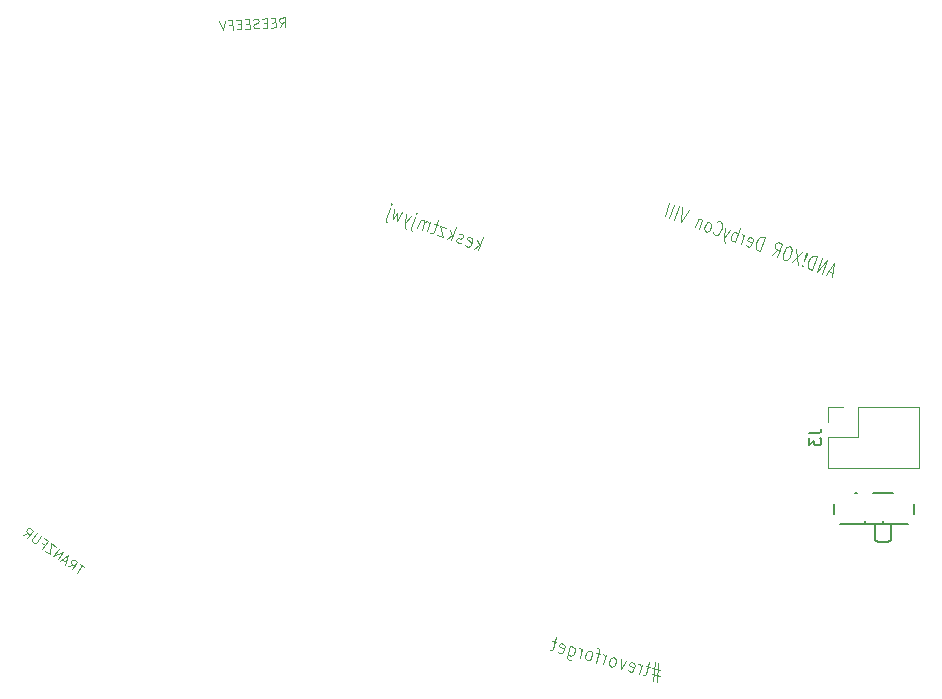
<source format=gbo>
G04 #@! TF.GenerationSoftware,KiCad,Pcbnew,5.0.0-fee4fd1~66~ubuntu18.04.1*
G04 #@! TF.CreationDate,2018-09-07T22:29:42-07:00*
G04 #@! TF.ProjectId,trevor2,747265766F72322E6B696361645F7063,rev?*
G04 #@! TF.SameCoordinates,Original*
G04 #@! TF.FileFunction,Legend,Bot*
G04 #@! TF.FilePolarity,Positive*
%FSLAX46Y46*%
G04 Gerber Fmt 4.6, Leading zero omitted, Abs format (unit mm)*
G04 Created by KiCad (PCBNEW 5.0.0-fee4fd1~66~ubuntu18.04.1) date Fri Sep  7 22:29:42 2018*
%MOMM*%
%LPD*%
G01*
G04 APERTURE LIST*
%ADD10C,0.100000*%
%ADD11C,0.120000*%
%ADD12C,0.150000*%
%ADD13R,10.400000X10.400000*%
%ADD14C,3.900000*%
%ADD15C,1.600000*%
%ADD16C,2.100000*%
%ADD17R,2.100000X2.100000*%
%ADD18O,2.100000X2.100000*%
%ADD19C,1.100000*%
%ADD20R,1.200000X0.900000*%
%ADD21R,1.200000X0.800000*%
%ADD22C,1.300000*%
%ADD23R,1.100000X1.900000*%
%ADD24R,1.400000X1.200000*%
%ADD25C,5.900000*%
G04 APERTURE END LIST*
D10*
X128082500Y-60942780D02*
X128328864Y-60548394D01*
X128539017Y-60918855D02*
X128497148Y-60119951D01*
X128192804Y-60135901D01*
X128118711Y-60177932D01*
X128082662Y-60217969D01*
X128048607Y-60296049D01*
X128054588Y-60410178D01*
X128096618Y-60484270D01*
X128136655Y-60520319D01*
X128214735Y-60554375D01*
X128519079Y-60538425D01*
X127718182Y-60542251D02*
X127451881Y-60556207D01*
X127359683Y-60980661D02*
X127740113Y-60960724D01*
X127698244Y-60161820D01*
X127317814Y-60181758D01*
X126995364Y-60580132D02*
X126729063Y-60594088D01*
X126636865Y-61018543D02*
X127017296Y-60998605D01*
X126975427Y-60199702D01*
X126594997Y-60219639D01*
X126330527Y-60996450D02*
X126218392Y-61040474D01*
X126028177Y-61050443D01*
X125950097Y-61016387D01*
X125910060Y-60980338D01*
X125868030Y-60906246D01*
X125864042Y-60830159D01*
X125898098Y-60752080D01*
X125934147Y-60712043D01*
X126008239Y-60670012D01*
X126158418Y-60623994D01*
X126232510Y-60581964D01*
X126268559Y-60541927D01*
X126302615Y-60463847D01*
X126298627Y-60387761D01*
X126256597Y-60313669D01*
X126216560Y-60277620D01*
X126138480Y-60243564D01*
X125948265Y-60253533D01*
X125836130Y-60297557D01*
X125511686Y-60657888D02*
X125245385Y-60671844D01*
X125153187Y-61096299D02*
X125533617Y-61076361D01*
X125491749Y-60277458D01*
X125111318Y-60297395D01*
X124788869Y-60695769D02*
X124522567Y-60709726D01*
X124430370Y-61134180D02*
X124810800Y-61114243D01*
X124768931Y-60315339D01*
X124388501Y-60335277D01*
X123799750Y-60747607D02*
X124066051Y-60733651D01*
X124087982Y-61152124D02*
X124046114Y-60353220D01*
X123665683Y-60373158D01*
X123475468Y-60383127D02*
X123251036Y-61195986D01*
X122942866Y-60411039D01*
X111554127Y-106623624D02*
X111179657Y-106361417D01*
X110908031Y-107147842D02*
X111366892Y-106492521D01*
X110127886Y-106601579D02*
X110564832Y-106442475D01*
X110502355Y-106863785D02*
X110961217Y-106208464D01*
X110711570Y-106033659D01*
X110627308Y-106021164D01*
X110574252Y-106030519D01*
X110499345Y-106071080D01*
X110433793Y-106164698D01*
X110421298Y-106248960D01*
X110430653Y-106302016D01*
X110471214Y-106376923D01*
X110720861Y-106551727D01*
X110009343Y-106239540D02*
X109697285Y-106021035D01*
X109940651Y-106470476D02*
X110181072Y-105662200D01*
X109503770Y-106164568D01*
X109285330Y-106011615D02*
X109744191Y-105356293D01*
X108910860Y-105749408D01*
X109369721Y-105094087D01*
X109120075Y-104919282D02*
X108683194Y-104613375D01*
X108661214Y-105574604D01*
X108224333Y-105268697D01*
X107996602Y-104597675D02*
X108215042Y-104750629D01*
X107974686Y-105093892D02*
X108433547Y-104438571D01*
X108121489Y-104220065D01*
X107871843Y-104045261D02*
X107500384Y-104575760D01*
X107425477Y-104616321D01*
X107372421Y-104625676D01*
X107288159Y-104613181D01*
X107163336Y-104525779D01*
X107122775Y-104450872D01*
X107113419Y-104397815D01*
X107125915Y-104313553D01*
X107497374Y-103783055D01*
X106351985Y-103957665D02*
X106788931Y-103798561D01*
X106726455Y-104219871D02*
X107185316Y-103564549D01*
X106935669Y-103389745D01*
X106851407Y-103377250D01*
X106798351Y-103386605D01*
X106723444Y-103427166D01*
X106657892Y-103520784D01*
X106645397Y-103605046D01*
X106654752Y-103658102D01*
X106695314Y-103733009D01*
X106944960Y-103907813D01*
D11*
X144907344Y-79827059D02*
X145317768Y-78699428D01*
X144974201Y-79364912D02*
X144549366Y-79696766D01*
X144822982Y-78945011D02*
X145024608Y-79504879D01*
X143808206Y-79366195D02*
X143878157Y-79452465D01*
X144057146Y-79517612D01*
X144166184Y-79496489D01*
X144250019Y-79405382D01*
X144406372Y-78975808D01*
X144400712Y-78852128D01*
X144330762Y-78765858D01*
X144151773Y-78700711D01*
X144042734Y-78721835D01*
X143958899Y-78812942D01*
X143919811Y-78920335D01*
X144328195Y-79190595D01*
X143405481Y-79219615D02*
X143296442Y-79240739D01*
X143117453Y-79175592D01*
X143047502Y-79089322D01*
X143041843Y-78965642D01*
X143061387Y-78911945D01*
X143145223Y-78820838D01*
X143254261Y-78799715D01*
X143388503Y-78848575D01*
X143497541Y-78827452D01*
X143581377Y-78736345D01*
X143600921Y-78682648D01*
X143595261Y-78558968D01*
X143525311Y-78472698D01*
X143391069Y-78423838D01*
X143282031Y-78444961D01*
X142580486Y-78980152D02*
X142990910Y-77852521D01*
X142647343Y-78518005D02*
X142222508Y-78849859D01*
X142496124Y-78098104D02*
X142697750Y-78657972D01*
X142182893Y-77984098D02*
X141690673Y-77804944D01*
X141909277Y-78735852D01*
X141417057Y-78556698D01*
X141466937Y-77723511D02*
X141108958Y-77593218D01*
X141469503Y-77298774D02*
X141117711Y-78265315D01*
X141033875Y-78356422D01*
X140924837Y-78377545D01*
X140835342Y-78344972D01*
X140522111Y-78230965D02*
X140795728Y-77479211D01*
X140756640Y-77586604D02*
X140731436Y-77516621D01*
X140661486Y-77430351D01*
X140527244Y-77381491D01*
X140418205Y-77402614D01*
X140334370Y-77493721D01*
X140119386Y-78084385D01*
X140334370Y-77493721D02*
X140328711Y-77370041D01*
X140258760Y-77283771D01*
X140124519Y-77234911D01*
X140015480Y-77256034D01*
X139931645Y-77347141D01*
X139716661Y-77937805D01*
X139542804Y-77023184D02*
X139191012Y-77989725D01*
X139196671Y-78113405D01*
X139266622Y-78199675D01*
X139311369Y-78215962D01*
X139679612Y-76647307D02*
X139704815Y-76717290D01*
X139640524Y-76754700D01*
X139615321Y-76684717D01*
X139679612Y-76647307D01*
X139640524Y-76754700D01*
X139184826Y-76892891D02*
X138687474Y-77563211D01*
X138737353Y-76730024D02*
X138687474Y-77563211D01*
X138679248Y-77864268D01*
X138704451Y-77934252D01*
X138774402Y-78020522D01*
X138468870Y-76632304D02*
X138016264Y-77318911D01*
X138032716Y-76716797D01*
X137658286Y-77188618D01*
X137752913Y-76371717D01*
X137394935Y-76241424D02*
X137043143Y-77207965D01*
X137048802Y-77331645D01*
X137118753Y-77417915D01*
X137163500Y-77434201D01*
X137531743Y-75865547D02*
X137556947Y-75935530D01*
X137492655Y-75972940D01*
X137467452Y-75902957D01*
X137531743Y-75865547D01*
X137492655Y-75972940D01*
D10*
X174919563Y-81767747D02*
X174516837Y-81621167D01*
X174882844Y-82119243D02*
X175011360Y-80889006D01*
X174319028Y-81914031D01*
X174037120Y-81811425D02*
X174447545Y-80683794D01*
X173553850Y-81635529D01*
X173964274Y-80507898D01*
X173151124Y-81488949D02*
X173561549Y-80361318D01*
X173360186Y-80288028D01*
X173219824Y-80297751D01*
X173100191Y-80375828D01*
X173020831Y-80468564D01*
X172902382Y-80668692D01*
X172843750Y-80829783D01*
X172805847Y-81059228D01*
X172807031Y-81181279D01*
X172848488Y-81317988D01*
X172949762Y-81415659D01*
X173151124Y-81488949D01*
X172344489Y-81073738D02*
X172284673Y-81112776D01*
X172305401Y-81181131D01*
X172365218Y-81142092D01*
X172344489Y-81073738D01*
X172305401Y-81181131D01*
X172461753Y-80751557D02*
X172736554Y-80121855D01*
X172715825Y-80053500D01*
X172656009Y-80092539D01*
X172461753Y-80751557D01*
X172715825Y-80053500D01*
X172393645Y-79936236D02*
X171419405Y-80858655D01*
X171829829Y-79731024D02*
X171983221Y-81063867D01*
X171346559Y-79555128D02*
X171185469Y-79496496D01*
X171085380Y-79520876D01*
X170965747Y-79598954D01*
X170847298Y-79799083D01*
X170710490Y-80174960D01*
X170672586Y-80404405D01*
X170714043Y-80541114D01*
X170775045Y-80624127D01*
X170936135Y-80682759D01*
X171036224Y-80658378D01*
X171155857Y-80580301D01*
X171274305Y-80380172D01*
X171411114Y-80004295D01*
X171449017Y-79774850D01*
X171407560Y-79638140D01*
X171346559Y-79555128D01*
X169727958Y-80243019D02*
X170205306Y-79808657D01*
X170211229Y-80418915D02*
X170621653Y-79291284D01*
X170299473Y-79174020D01*
X170199384Y-79198400D01*
X170139567Y-79237439D01*
X170060207Y-79330174D01*
X170001575Y-79491265D01*
X170002759Y-79613316D01*
X170023488Y-79681671D01*
X170084489Y-79764683D01*
X170406669Y-79881948D01*
X168721145Y-79876569D02*
X169131569Y-78748937D01*
X168930206Y-78675647D01*
X168789845Y-78685370D01*
X168670212Y-78763447D01*
X168590851Y-78856183D01*
X168472403Y-79056312D01*
X168413771Y-79217402D01*
X168375867Y-79446847D01*
X168377052Y-79568898D01*
X168418509Y-79705608D01*
X168519782Y-79803278D01*
X168721145Y-79876569D01*
X167572785Y-79397790D02*
X167633786Y-79480802D01*
X167794877Y-79539434D01*
X167894966Y-79515054D01*
X167974326Y-79422318D01*
X168130678Y-78992744D01*
X168129494Y-78870693D01*
X168068493Y-78787680D01*
X167907402Y-78729048D01*
X167807313Y-78753429D01*
X167727953Y-78846164D01*
X167688865Y-78953558D01*
X168052502Y-79207531D01*
X167150516Y-79304906D02*
X167424132Y-78553152D01*
X167345956Y-78767939D02*
X167344771Y-78645888D01*
X167324043Y-78577533D01*
X167263042Y-78494520D01*
X167182497Y-78465204D01*
X166626973Y-79114352D02*
X167037397Y-77986721D01*
X166881045Y-78416295D02*
X166820044Y-78333282D01*
X166658954Y-78274650D01*
X166558865Y-78299031D01*
X166499048Y-78338069D01*
X166419687Y-78430805D01*
X166302423Y-78752985D01*
X166303608Y-78875037D01*
X166324336Y-78943391D01*
X166385338Y-79026404D01*
X166546428Y-79085036D01*
X166646517Y-79060655D01*
X166215956Y-78113412D02*
X165740977Y-78791876D01*
X165813230Y-77966832D02*
X165740977Y-78791876D01*
X165723802Y-79089676D01*
X165744530Y-79158030D01*
X165805532Y-79241043D01*
X164773251Y-78318032D02*
X164793980Y-78386387D01*
X164895254Y-78484058D01*
X164975799Y-78513374D01*
X165116160Y-78503651D01*
X165235793Y-78425574D01*
X165315154Y-78332838D01*
X165433603Y-78132709D01*
X165492235Y-77971619D01*
X165530138Y-77742174D01*
X165528953Y-77620123D01*
X165487496Y-77483414D01*
X165386223Y-77385743D01*
X165305678Y-77356427D01*
X165165316Y-77366149D01*
X165105500Y-77405188D01*
X164250893Y-78249530D02*
X164350982Y-78225149D01*
X164410799Y-78186110D01*
X164490159Y-78093375D01*
X164607423Y-77771195D01*
X164606239Y-77649143D01*
X164585510Y-77580788D01*
X164524509Y-77497776D01*
X164403691Y-77453802D01*
X164303602Y-77478182D01*
X164243786Y-77517221D01*
X164164425Y-77609957D01*
X164047161Y-77932137D01*
X164048346Y-78054188D01*
X164069074Y-78122543D01*
X164130075Y-78205556D01*
X164250893Y-78249530D01*
X163880148Y-77263248D02*
X163606532Y-78015002D01*
X163841060Y-77370641D02*
X163820332Y-77302286D01*
X163759331Y-77219274D01*
X163638513Y-77175300D01*
X163538424Y-77199680D01*
X163459063Y-77292416D01*
X163244079Y-77883080D01*
X162728235Y-76418314D02*
X162035903Y-77443339D01*
X162164420Y-76213102D01*
X161472088Y-77238127D02*
X161882512Y-76110496D01*
X161069362Y-77091547D02*
X161479786Y-75963916D01*
X160666637Y-76944967D02*
X161077061Y-75817336D01*
D11*
X160297205Y-115365603D02*
X159607258Y-115180732D01*
X160154333Y-114794893D02*
X160030991Y-116359127D01*
X159566144Y-115702144D02*
X160256091Y-115887014D01*
X159709016Y-116272854D02*
X159832358Y-114708620D01*
X159423272Y-115131434D02*
X159055300Y-115032836D01*
X159388810Y-114708089D02*
X159122597Y-115701613D01*
X159047021Y-115799680D01*
X158940238Y-115830226D01*
X158848245Y-115805576D01*
X158526270Y-115719303D02*
X158733325Y-114946563D01*
X158674167Y-115167346D02*
X158657749Y-115044630D01*
X158626543Y-114977109D01*
X158549339Y-114897264D01*
X158457346Y-114872614D01*
X157575134Y-115405289D02*
X157652337Y-115485134D01*
X157836323Y-115534433D01*
X157943105Y-115503886D01*
X158018681Y-115405820D01*
X158136999Y-114964253D01*
X158120581Y-114841537D01*
X158043378Y-114761692D01*
X157859392Y-114712393D01*
X157752610Y-114742939D01*
X157677034Y-114841006D01*
X157647455Y-114951398D01*
X158077840Y-115185037D01*
X157399428Y-114589146D02*
X156962390Y-115300263D01*
X156939463Y-114465899D01*
X156226447Y-115103068D02*
X156333229Y-115072521D01*
X156394015Y-115029650D01*
X156469591Y-114931583D01*
X156558329Y-114600409D01*
X156541912Y-114477693D01*
X156510705Y-114410172D01*
X156433502Y-114330327D01*
X156295512Y-114293353D01*
X156188730Y-114323899D01*
X156127944Y-114366770D01*
X156052368Y-114464837D01*
X155963630Y-114796012D01*
X155980047Y-114918728D01*
X156011254Y-114986248D01*
X156088457Y-115066093D01*
X156226447Y-115103068D01*
X155490503Y-114905872D02*
X155697558Y-114133131D01*
X155638400Y-114353915D02*
X155621982Y-114231198D01*
X155590776Y-114163678D01*
X155513572Y-114083833D01*
X155421579Y-114059183D01*
X155237594Y-114009884D02*
X154869622Y-113911287D01*
X154892549Y-114745651D02*
X155158763Y-113752127D01*
X155142346Y-113629411D01*
X155065142Y-113549566D01*
X154973149Y-113524916D01*
X154202602Y-114560780D02*
X154309385Y-114530234D01*
X154370171Y-114487363D01*
X154445746Y-114389296D01*
X154534484Y-114058121D01*
X154518067Y-113935405D01*
X154486860Y-113867885D01*
X154409657Y-113788039D01*
X154271668Y-113751065D01*
X154164885Y-113781612D01*
X154104099Y-113824483D01*
X154028523Y-113922549D01*
X153939785Y-114253724D01*
X153956202Y-114376440D01*
X153987409Y-114443961D01*
X154064613Y-114523806D01*
X154202602Y-114560780D01*
X153466658Y-114363585D02*
X153673714Y-113590844D01*
X153614555Y-113811627D02*
X153598138Y-113688911D01*
X153566931Y-113621390D01*
X153489728Y-113541545D01*
X153397735Y-113516896D01*
X152661791Y-113319700D02*
X152410367Y-114258028D01*
X152426784Y-114380744D01*
X152457991Y-114448265D01*
X152535194Y-114528110D01*
X152673184Y-114565084D01*
X152779966Y-114534538D01*
X152469526Y-114037245D02*
X152546729Y-114117090D01*
X152730715Y-114166389D01*
X152837498Y-114135843D01*
X152898284Y-114092972D01*
X152973859Y-113994905D01*
X153062597Y-113663730D01*
X153046180Y-113541014D01*
X153014973Y-113473494D01*
X152937770Y-113393649D01*
X152753784Y-113344350D01*
X152647002Y-113374896D01*
X151641589Y-113815400D02*
X151718793Y-113895245D01*
X151902779Y-113944544D01*
X152009561Y-113913998D01*
X152085137Y-113815931D01*
X152203454Y-113374365D01*
X152187037Y-113251649D01*
X152109834Y-113171804D01*
X151925848Y-113122505D01*
X151819065Y-113153051D01*
X151743490Y-113251118D01*
X151713910Y-113361509D01*
X152144296Y-113595148D01*
X151511880Y-113011582D02*
X151143908Y-112912985D01*
X151477418Y-112588238D02*
X151211204Y-113581762D01*
X151135628Y-113679828D01*
X151028846Y-113710375D01*
X150936853Y-113685725D01*
G04 #@! TO.C,J3*
X182210000Y-93070000D02*
X182210000Y-98270000D01*
X177070000Y-93070000D02*
X182210000Y-93070000D01*
X174470000Y-98270000D02*
X182210000Y-98270000D01*
X177070000Y-93070000D02*
X177070000Y-95670000D01*
X177070000Y-95670000D02*
X174470000Y-95670000D01*
X174470000Y-95670000D02*
X174470000Y-98270000D01*
X175800000Y-93070000D02*
X174470000Y-93070000D01*
X174470000Y-93070000D02*
X174470000Y-94400000D01*
D12*
G04 #@! TO.C,SW1*
X177650000Y-102725000D02*
X177650000Y-103025000D01*
X179150000Y-102725000D02*
X179150000Y-103025000D01*
X177000000Y-100425000D02*
X176800000Y-100425000D01*
X179800000Y-104325000D02*
X179600000Y-104525000D01*
X178500000Y-104325000D02*
X178700000Y-104525000D01*
X179800000Y-103025000D02*
X179800000Y-104325000D01*
X179600000Y-104525000D02*
X178700000Y-104525000D01*
X178500000Y-104325000D02*
X178500000Y-103025000D01*
X181250000Y-103025000D02*
X175550000Y-103025000D01*
X180000000Y-100425000D02*
X178300000Y-100425000D01*
X181750000Y-101325000D02*
X181750000Y-102125000D01*
X175050000Y-102125000D02*
X175050000Y-101325000D01*
G04 #@! TO.C,J3*
X172922380Y-95336666D02*
X173636666Y-95336666D01*
X173779523Y-95289047D01*
X173874761Y-95193809D01*
X173922380Y-95050952D01*
X173922380Y-94955714D01*
X172922380Y-95717619D02*
X172922380Y-96336666D01*
X173303333Y-96003333D01*
X173303333Y-96146190D01*
X173350952Y-96241428D01*
X173398571Y-96289047D01*
X173493809Y-96336666D01*
X173731904Y-96336666D01*
X173827142Y-96289047D01*
X173874761Y-96241428D01*
X173922380Y-96146190D01*
X173922380Y-95860476D01*
X173874761Y-95765238D01*
X173827142Y-95717619D01*
G04 #@! TD*
%LPC*%
D13*
G04 #@! TO.C,BT1*
X159800000Y-97400000D03*
D14*
X170300400Y-97400000D03*
X149299600Y-97400000D03*
G04 #@! TD*
D15*
G04 #@! TO.C,C1*
X122185778Y-85728240D03*
D10*
G36*
X123165574Y-85162555D02*
X122751463Y-86708036D01*
X121205982Y-86293925D01*
X121620093Y-84748444D01*
X123165574Y-85162555D01*
X123165574Y-85162555D01*
G37*
D15*
X124214222Y-86271760D03*
D10*
G36*
X125194018Y-85706075D02*
X124779907Y-87251556D01*
X123234426Y-86837445D01*
X123648537Y-85291964D01*
X125194018Y-85706075D01*
X125194018Y-85706075D01*
G37*
G04 #@! TD*
D16*
G04 #@! TO.C,J1*
X130400000Y-60400000D03*
G04 #@! TD*
G04 #@! TO.C,J2*
X113500000Y-107700000D03*
G04 #@! TD*
D17*
G04 #@! TO.C,J3*
X175800000Y-94400000D03*
D18*
X175800000Y-96940000D03*
X178340000Y-94400000D03*
X178340000Y-96940000D03*
X180880000Y-94400000D03*
X180880000Y-96940000D03*
G04 #@! TD*
D19*
G04 #@! TO.C,R1*
X156325000Y-84822724D03*
D10*
G36*
X155863878Y-83921410D02*
X157336122Y-84771410D01*
X156786122Y-85724038D01*
X155313878Y-84874038D01*
X155863878Y-83921410D01*
X155863878Y-83921410D01*
G37*
D19*
X157275000Y-83177276D03*
D10*
G36*
X156813878Y-82275962D02*
X158286122Y-83125962D01*
X157736122Y-84078590D01*
X156263878Y-83228590D01*
X156813878Y-82275962D01*
X156813878Y-82275962D01*
G37*
G04 #@! TD*
D20*
G04 #@! TO.C,RN1*
X130150000Y-90550000D03*
D21*
X130150000Y-92150000D03*
X130150000Y-91350000D03*
D20*
X130150000Y-92950000D03*
D21*
X128350000Y-91350000D03*
D20*
X128350000Y-90550000D03*
D21*
X128350000Y-92150000D03*
D20*
X128350000Y-92950000D03*
G04 #@! TD*
G04 #@! TO.C,RN2*
X128350000Y-88450000D03*
D21*
X128350000Y-87650000D03*
D20*
X128350000Y-86050000D03*
D21*
X128350000Y-86850000D03*
D20*
X130150000Y-88450000D03*
D21*
X130150000Y-86850000D03*
X130150000Y-87650000D03*
D20*
X130150000Y-86050000D03*
G04 #@! TD*
D22*
G04 #@! TO.C,SW1*
X179900000Y-101725000D03*
X176900000Y-101725000D03*
D23*
X180650000Y-99975000D03*
X177650000Y-99975000D03*
X176150000Y-99975000D03*
D24*
X182050000Y-102825000D03*
X174750000Y-102825000D03*
X174750000Y-100625000D03*
X182050000Y-100625000D03*
G04 #@! TD*
D25*
G04 #@! TO.C,REF\002A\002A*
X140000000Y-93200000D03*
G04 #@! TD*
D19*
G04 #@! TO.C,R2*
X180025519Y-121428805D03*
D10*
G36*
X179187120Y-121996332D02*
X179851363Y-120431474D01*
X180863918Y-120861278D01*
X180199675Y-122426136D01*
X179187120Y-121996332D01*
X179187120Y-121996332D01*
G37*
D19*
X181774481Y-122171195D03*
D10*
G36*
X180936082Y-122738722D02*
X181600325Y-121173864D01*
X182612880Y-121603668D01*
X181948637Y-123168526D01*
X180936082Y-122738722D01*
X180936082Y-122738722D01*
G37*
G04 #@! TD*
M02*

</source>
